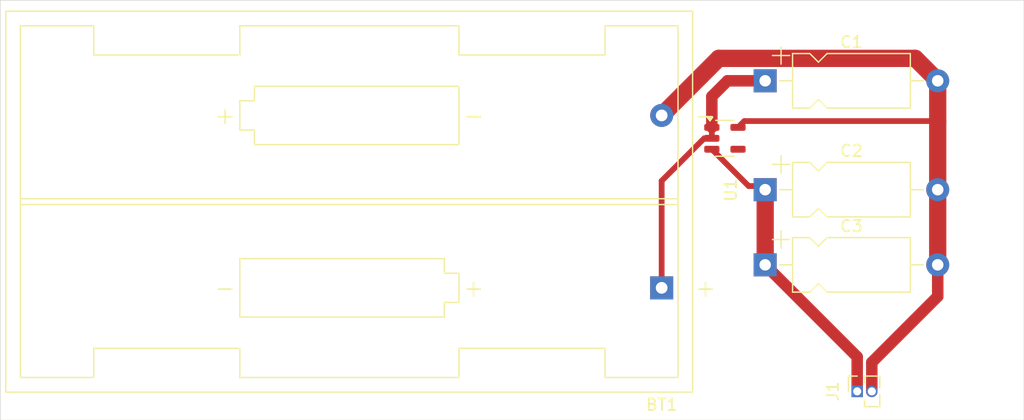
<source format=kicad_pcb>
(kicad_pcb (version 20240108) (generator "pcbnew") (generator_version "8.0")
  (layers (0 "F.Cu" signal) (31 "B.Cu" signal) (34 "B.Paste" user) (35 "F.Paste" user) (36 "B.SilkS" user "B.Silkscreen") (37 "F.SilkS" user "F.Silkscreen") (38 "B.Mask" user) (39 "F.Mask" user) (44 "Edge.Cuts" user))
  (net 0 "")
  (net 1 "Net-(BT1-+)")
  (net 2 "GND")
  (net 3 "+3V3")
  (footprint "Package_TO_SOT_SMD:SOT-23-5" (layer "F.Cu") (at 109 81)
    (property "Reference" "U1" (at 0.5 4.5 90) (layer "F.SilkS"))
    (property "Value" "MIC5219-3.3YMM")
    (fp_line (start 0 -1.56) (end -0.8 -1.56) (stroke (width 0.12)) (layer "F.SilkS"))
    (fp_line (start 0 -1.56) (end 0.8 -1.56) (stroke (width 0.12)) (layer "F.SilkS"))
    (fp_line (start 0 1.56) (end -0.8 1.56) (stroke (width 0.12)) (layer "F.SilkS"))
    (fp_line (start 0 1.56) (end 0.8 1.56) (stroke (width 0.12)) (layer "F.SilkS"))
    (fp_poly (pts (xy -1.3 -1.51) (xy -1.54 -1.84) (xy -1.06 -1.84) (xy -1.3 -1.51)) (stroke (width 0.12)) (fill solid) (layer "F.SilkS"))
    (pad "1" smd roundrect (at -1.1375 -0.95) (size 1.325 0.6) (layers "F.Cu" "F.Paste" "F.Mask") (net 1 "Net-(BT1-+)"))
    (pad "2" smd roundrect (at -1.1375 0) (size 1.325 0.6) (layers "F.Cu" "F.Paste" "F.Mask") (net 1 "Net-(BT1-+)"))
    (pad "3" smd roundrect (at -1.1375 0.95) (size 1.325 0.6) (layers "F.Cu" "F.Paste" "F.Mask") (net 3 "+3V3"))
    (pad "4" smd roundrect (at 1.1375 0.95) (size 1.325 0.6) (layers "F.Cu" "F.Paste" "F.Mask"))
    (pad "5" smd roundrect (at 1.1375 -0.95) (size 1.325 0.6) (layers "F.Cu" "F.Paste" "F.Mask") (net 2 "GND"))
  )
  (footprint "Capacitor_THT:CP_Axial_L10.0mm_D4.5mm_P15.00mm_Horizontal" (layer "F.Cu") (at 112.5 76)
    (property "Reference" "C1" (at 7.5 -3.37 0) (layer "F.SilkS"))
    (property "Value" "10µF")
    (fp_line (start 0.63 -2.2) (end 2.13 -2.2) (stroke (width 0.12)) (layer "F.SilkS"))
    (fp_line (start 1.24 0) (end 2.38 0) (stroke (width 0.12)) (layer "F.SilkS"))
    (fp_line (start 1.38 -2.95) (end 1.38 -1.45) (stroke (width 0.12)) (layer "F.SilkS"))
    (fp_line (start 2.38 -2.37) (end 2.38 2.37) (stroke (width 0.12)) (layer "F.SilkS"))
    (fp_line (start 2.38 -2.37) (end 3.88 -2.37) (stroke (width 0.12)) (layer "F.SilkS"))
    (fp_line (start 2.38 2.37) (end 3.88 2.37) (stroke (width 0.12)) (layer "F.SilkS"))
    (fp_line (start 3.88 -2.37) (end 4.63 -1.62) (stroke (width 0.12)) (layer "F.SilkS"))
    (fp_line (start 3.88 2.37) (end 4.63 1.62) (stroke (width 0.12)) (layer "F.SilkS"))
    (fp_line (start 4.63 -1.62) (end 5.38 -2.37) (stroke (width 0.12)) (layer "F.SilkS"))
    (fp_line (start 4.63 1.62) (end 5.38 2.37) (stroke (width 0.12)) (layer "F.SilkS"))
    (fp_line (start 5.38 -2.37) (end 12.62 -2.37) (stroke (width 0.12)) (layer "F.SilkS"))
    (fp_line (start 5.38 2.37) (end 12.62 2.37) (stroke (width 0.12)) (layer "F.SilkS"))
    (fp_line (start 12.62 -2.37) (end 12.62 2.37) (stroke (width 0.12)) (layer "F.SilkS"))
    (fp_line (start 13.76 0) (end 12.62 0) (stroke (width 0.12)) (layer "F.SilkS"))
    (pad "1" thru_hole rect (at 0 0) (size 2 2) (drill 1) (layers "*.Cu" "*.Mask") (net 1 "Net-(BT1-+)"))
    (pad "2" thru_hole oval (at 15 0) (size 2 2) (drill 1) (layers "*.Cu" "*.Mask") (net 2 "GND"))
  )
  (footprint "Capacitor_THT:CP_Axial_L10.0mm_D4.5mm_P15.00mm_Horizontal" (layer "F.Cu") (at 112.5 92)
    (property "Reference" "C3" (at 7.5 -3.37 0) (layer "F.SilkS"))
    (property "Value" "10µF")
    (fp_line (start 0.63 -2.2) (end 2.13 -2.2) (stroke (width 0.12)) (layer "F.SilkS"))
    (fp_line (start 1.24 0) (end 2.38 0) (stroke (width 0.12)) (layer "F.SilkS"))
    (fp_line (start 1.38 -2.95) (end 1.38 -1.45) (stroke (width 0.12)) (layer "F.SilkS"))
    (fp_line (start 2.38 -2.37) (end 2.38 2.37) (stroke (width 0.12)) (layer "F.SilkS"))
    (fp_line (start 2.38 -2.37) (end 3.88 -2.37) (stroke (width 0.12)) (layer "F.SilkS"))
    (fp_line (start 2.38 2.37) (end 3.88 2.37) (stroke (width 0.12)) (layer "F.SilkS"))
    (fp_line (start 3.88 -2.37) (end 4.63 -1.62) (stroke (width 0.12)) (layer "F.SilkS"))
    (fp_line (start 3.88 2.37) (end 4.63 1.62) (stroke (width 0.12)) (layer "F.SilkS"))
    (fp_line (start 4.63 -1.62) (end 5.38 -2.37) (stroke (width 0.12)) (layer "F.SilkS"))
    (fp_line (start 4.63 1.62) (end 5.38 2.37) (stroke (width 0.12)) (layer "F.SilkS"))
    (fp_line (start 5.38 -2.37) (end 12.62 -2.37) (stroke (width 0.12)) (layer "F.SilkS"))
    (fp_line (start 5.38 2.37) (end 12.62 2.37) (stroke (width 0.12)) (layer "F.SilkS"))
    (fp_line (start 12.62 -2.37) (end 12.62 2.37) (stroke (width 0.12)) (layer "F.SilkS"))
    (fp_line (start 13.76 0) (end 12.62 0) (stroke (width 0.12)) (layer "F.SilkS"))
    (pad "1" thru_hole rect (at 0 0) (size 2 2) (drill 1) (layers "*.Cu" "*.Mask") (net 3 "+3V3"))
    (pad "2" thru_hole oval (at 15 0) (size 2 2) (drill 1) (layers "*.Cu" "*.Mask") (net 2 "GND"))
  )
  (footprint "Capacitor_THT:CP_Axial_L10.0mm_D4.5mm_P15.00mm_Horizontal" (layer "F.Cu") (at 112.5 85.465)
    (property "Reference" "C2" (at 7.5 -3.37 0) (layer "F.SilkS"))
    (property "Value" "10µF")
    (fp_line (start 0.63 -2.2) (end 2.13 -2.2) (stroke (width 0.12)) (layer "F.SilkS"))
    (fp_line (start 1.24 0) (end 2.38 0) (stroke (width 0.12)) (layer "F.SilkS"))
    (fp_line (start 1.38 -2.95) (end 1.38 -1.45) (stroke (width 0.12)) (layer "F.SilkS"))
    (fp_line (start 2.38 -2.37) (end 2.38 2.37) (stroke (width 0.12)) (layer "F.SilkS"))
    (fp_line (start 2.38 -2.37) (end 3.88 -2.37) (stroke (width 0.12)) (layer "F.SilkS"))
    (fp_line (start 2.38 2.37) (end 3.88 2.37) (stroke (width 0.12)) (layer "F.SilkS"))
    (fp_line (start 3.88 -2.37) (end 4.63 -1.62) (stroke (width 0.12)) (layer "F.SilkS"))
    (fp_line (start 3.88 2.37) (end 4.63 1.62) (stroke (width 0.12)) (layer "F.SilkS"))
    (fp_line (start 4.63 -1.62) (end 5.38 -2.37) (stroke (width 0.12)) (layer "F.SilkS"))
    (fp_line (start 4.63 1.62) (end 5.38 2.37) (stroke (width 0.12)) (layer "F.SilkS"))
    (fp_line (start 5.38 -2.37) (end 12.62 -2.37) (stroke (width 0.12)) (layer "F.SilkS"))
    (fp_line (start 5.38 2.37) (end 12.62 2.37) (stroke (width 0.12)) (layer "F.SilkS"))
    (fp_line (start 12.62 -2.37) (end 12.62 2.37) (stroke (width 0.12)) (layer "F.SilkS"))
    (fp_line (start 13.76 0) (end 12.62 0) (stroke (width 0.12)) (layer "F.SilkS"))
    (pad "1" thru_hole rect (at 0 0) (size 2 2) (drill 1) (layers "*.Cu" "*.Mask") (net 3 "+3V3"))
    (pad "2" thru_hole oval (at 15 0) (size 2 2) (drill 1) (layers "*.Cu" "*.Mask") (net 2 "GND"))
  )
  (footprint "Connector_PinSocket_1.27mm:PinSocket_1x02_P1.27mm_Vertical" (layer "F.Cu") (at 120.5 103 90)
    (property "Reference" "J1" (at 0 -2.135 90) (layer "F.SilkS"))
    (property "Value" "Conn_01x02")
    (fp_line (start 1.33 -0.76) (end 1.33 0) (stroke (width 0.12)) (layer "F.SilkS"))
    (fp_line (start 0 -0.76) (end 1.33 -0.76) (stroke (width 0.12)) (layer "F.SilkS"))
    (fp_line (start 1.33 0.635) (end 1.33 1.965) (stroke (width 0.12)) (layer "F.SilkS"))
    (fp_line (start 0.76 0.635) (end 1.33 0.635) (stroke (width 0.12)) (layer "F.SilkS"))
    (fp_line (start -1.33 0.635) (end -0.76 0.635) (stroke (width 0.12)) (layer "F.SilkS"))
    (fp_line (start -1.33 0.635) (end -1.33 1.965) (stroke (width 0.12)) (layer "F.SilkS"))
    (fp_line (start 0.30753 1.965) (end 1.33 1.965) (stroke (width 0.12)) (layer "F.SilkS"))
    (fp_line (start -1.33 1.965) (end -0.30753 1.965) (stroke (width 0.12)) (layer "F.SilkS"))
    (pad "1" thru_hole rect (at 0 0 90) (size 1 1) (drill 0.7) (layers "*.Cu" "*.Mask") (net 3 "+3V3"))
    (pad "2" thru_hole oval (at 0 1.27 90) (size 1 1) (drill 0.7) (layers "*.Cu" "*.Mask") (net 2 "GND"))
  )
  (footprint "Battery:BatteryHolder_Keystone_2462_2xAA" (layer "F.Cu") (at 103.5 94 180)
    (property "Reference" "BT1" (at 0 -10.16 360) (layer "F.SilkS"))
    (property "Value" "Battery")
    (fp_line (start 57.02 24.055) (end 57.02 -9.065) (stroke (width 0.12)) (layer "F.SilkS"))
    (fp_line (start 57.02 -9.065) (end -2.69 -9.065) (stroke (width 0.12)) (layer "F.SilkS"))
    (fp_line (start 55.75 22.785) (end 49.375 22.785) (stroke (width 0.12)) (layer "F.SilkS"))
    (fp_line (start 55.75 7.749) (end -1.42 7.749) (stroke (width 0.12)) (layer "F.SilkS"))
    (fp_line (start 55.75 -7.795) (end 55.75 22.785) (stroke (width 0.12)) (layer "F.SilkS"))
    (fp_line (start 55.75 -7.795) (end 49.375 -7.795) (stroke (width 0.12)) (layer "F.SilkS"))
    (fp_line (start 49.375 22.785) (end 49.375 20.245) (stroke (width 0.12)) (layer "F.SilkS"))
    (fp_line (start 49.375 20.245) (end 36.675 20.245) (stroke (width 0.12)) (layer "F.SilkS"))
    (fp_line (start 49.375 -5.255) (end 36.675 -5.255) (stroke (width 0.12)) (layer "F.SilkS"))
    (fp_line (start 49.375 -7.795) (end 49.375 -5.255) (stroke (width 0.12)) (layer "F.SilkS"))
    (fp_line (start 36.675 22.785) (end 36.675 20.245) (stroke (width 0.12)) (layer "F.SilkS"))
    (fp_line (start 36.675 16.26) (end 35.405 16.26) (stroke (width 0.12)) (layer "F.SilkS"))
    (fp_line (start 36.675 13.72) (end 36.675 16.26) (stroke (width 0.12)) (layer "F.SilkS"))
    (fp_line (start 36.675 2.54) (end 18.895 2.54) (stroke (width 0.12)) (layer "F.SilkS"))
    (fp_line (start 36.675 -1.27) (end 36.675 2.54) (stroke (width 0.12)) (layer "F.SilkS"))
    (fp_line (start 36.675 -2.54) (end 36.675 -1.27) (stroke (width 0.12)) (layer "F.SilkS"))
    (fp_line (start 36.675 -5.255) (end 36.675 -7.795) (stroke (width 0.12)) (layer "F.SilkS"))
    (fp_line (start 36.675 -7.795) (end 17.625 -7.795) (stroke (width 0.12)) (layer "F.SilkS"))
    (fp_line (start 35.405 17.53) (end 17.625 17.53) (stroke (width 0.12)) (layer "F.SilkS"))
    (fp_line (start 35.405 16.26) (end 35.405 17.53) (stroke (width 0.12)) (layer "F.SilkS"))
    (fp_line (start 35.405 13.72) (end 36.675 13.72) (stroke (width 0.12)) (layer "F.SilkS"))
    (fp_line (start 35.405 12.45) (end 35.405 13.72) (stroke (width 0.12)) (layer "F.SilkS"))
    (fp_line (start 18.895 2.54) (end 18.895 1.27) (stroke (width 0.12)) (layer "F.SilkS"))
    (fp_line (start 18.895 1.27) (end 17.625 1.27) (stroke (width 0.12)) (layer "F.SilkS"))
    (fp_line (start 18.895 -1.27) (end 18.895 -2.54) (stroke (width 0.12)) (layer "F.SilkS"))
    (fp_line (start 18.895 -2.54) (end 36.675 -2.54) (stroke (width 0.12)) (layer "F.SilkS"))
    (fp_line (start 17.625 22.785) (end 36.675 22.785) (stroke (width 0.12)) (layer "F.SilkS"))
    (fp_line (start 17.625 20.245) (end 17.625 22.785) (stroke (width 0.12)) (layer "F.SilkS"))
    (fp_line (start 17.625 17.53) (end 17.625 12.45) (stroke (width 0.12)) (layer "F.SilkS"))
    (fp_line (start 17.625 12.45) (end 35.405 12.45) (stroke (width 0.12)) (layer "F.SilkS"))
    (fp_line (start 17.625 1.27) (end 17.625 -1.27) (stroke (width 0.12)) (layer "F.SilkS"))
    (fp_line (start 17.625 -1.27) (end 18.895 -1.27) (stroke (width 0.12)) (layer "F.SilkS"))
    (fp_line (start 17.625 -7.795) (end 17.625 -5.255) (stroke (width 0.12)) (layer "F.SilkS"))
    (fp_line (start 4.925 22.785) (end 4.925 20.245) (stroke (width 0.12)) (layer "F.SilkS"))
    (fp_line (start 4.925 20.245) (end 17.625 20.245) (stroke (width 0.12)) (layer "F.SilkS"))
    (fp_line (start 4.925 -5.255) (end 17.625 -5.255) (stroke (width 0.12)) (layer "F.SilkS"))
    (fp_line (start 4.925 -5.255) (end 4.925 -7.795) (stroke (width 0.12)) (layer "F.SilkS"))
    (fp_line (start 4.925 -7.795) (end -1.42 -7.795) (stroke (width 0.12)) (layer "F.SilkS"))
    (fp_line (start -1.42 22.785) (end 4.925 22.785) (stroke (width 0.12)) (layer "F.SilkS"))
    (fp_line (start -1.42 7.241) (end 55.75 7.241) (stroke (width 0.12)) (layer "F.SilkS"))
    (fp_line (start -1.42 -7.795) (end -1.42 22.785) (stroke (width 0.12)) (layer "F.SilkS"))
    (fp_line (start -2.69 24.055) (end 57.02 24.055) (stroke (width 0.12)) (layer "F.SilkS"))
    (fp_line (start -2.69 -9.065) (end -2.69 24.055) (stroke (width 0.12)) (layer "F.SilkS"))
    (fp_text user "-" (at -3.81 14.99 360) (layer "F.SilkS") (effects (font (size 1.5 1.5))))
    (fp_text user "+" (at 37.945 14.99 360) (layer "F.SilkS") (effects (font (size 1.5 1.5))))
    (fp_text user "-" (at 16.355 14.99 360) (layer "F.SilkS") (effects (font (size 1.5 1.5))))
    (fp_text user "+" (at 16.355 0 360) (layer "F.SilkS") (effects (font (size 1.5 1.5))))
    (fp_text user "+" (at -3.81 0 360) (layer "F.SilkS") (effects (font (size 1.5 1.5))))
    (fp_text user "-" (at 37.945 0 360) (layer "F.SilkS") (effects (font (size 1.5 1.5))))
    (pad "" np_thru_hole circle (at 27.165 0 180) (size 3.3 3.3) (drill 3.3) (layers "*.Cu" "*.Mask"))
    (pad "" np_thru_hole circle (at 27.165 14.99 180) (size 3.3 3.3) (drill 3.3) (layers "*.Cu" "*.Mask"))
    (pad "1" thru_hole rect (at 0 0 180) (size 2 2) (drill 1.02) (layers "*.Cu" "*.Mask") (net 1 "Net-(BT1-+)"))
    (pad "2" thru_hole circle (at 0 14.99 180) (size 2 2) (drill 1.02) (layers "*.Cu" "*.Mask") (net 2 "GND"))
  )
  (gr_rect (start 46 69) (end 135 105.5) (stroke (width 0.05)) (fill none) (layer "Edge.Cuts"))
  (segment (start 109.225 76) (end 112.5 76) (width 1) (layer "F.Cu") (net 1))
  (segment (start 107.8625 81) (end 107.200001 81) (width 0.5) (layer "F.Cu") (net 1))
  (segment (start 103.5 84.700001) (end 103.5 94) (width 0.5) (layer "F.Cu") (net 1))
  (segment (start 107.200001 81) (end 103.5 84.700001) (width 0.5) (layer "F.Cu") (net 1))
  (segment (start 107.8625 81) (end 107.8625 80.05) (width 0.5) (layer "F.Cu") (net 1))
  (segment (start 107.8625 77.3625) (end 109.225 76) (width 1) (layer "F.Cu") (net 1))
  (segment (start 107.8625 80.05) (end 107.8625 77.3625) (width 1) (layer "F.Cu") (net 1))
  (segment (start 110.1375 80.05) (end 110.6875 79.5) (width 0.5) (layer "F.Cu") (net 2))
  (segment (start 127.5 76) (end 127.5 79.5) (width 1.5) (layer "F.Cu") (net 2))
  (segment (start 125.55 74.05) (end 127.5 76) (width 1.5) (layer "F.Cu") (net 2))
  (segment (start 127.5 79.5) (end 127.5 85.465) (width 1.5) (layer "F.Cu") (net 2))
  (segment (start 127.5 85.465) (end 127.5 92) (width 1.5) (layer "F.Cu") (net 2))
  (segment (start 103.5 79.01) (end 108.46 74.05) (width 1.5) (layer "F.Cu") (net 2))
  (segment (start 121.77 100.48) (end 127.5 94.75) (width 1) (layer "F.Cu") (net 2))
  (segment (start 110.6875 79.5) (end 127.5 79.5) (width 0.5) (layer "F.Cu") (net 2))
  (segment (start 127.5 94.75) (end 127.5 92) (width 1) (layer "F.Cu") (net 2))
  (segment (start 108.46 74.05) (end 125.55 74.05) (width 1.5) (layer "F.Cu") (net 2))
  (segment (start 121.77 103) (end 121.77 100.48) (width 1) (layer "F.Cu") (net 2))
  (segment (start 111.0625 85.15) (end 112.185 85.15) (width 0.5) (layer "F.Cu") (net 3))
  (segment (start 120.5 103) (end 120.5 100) (width 1) (layer "F.Cu") (net 3))
  (segment (start 120.5 100) (end 112.5 92) (width 1) (layer "F.Cu") (net 3))
  (segment (start 112.185 85.15) (end 112.5 85.465) (width 0.5) (layer "F.Cu") (net 3))
  (segment (start 112.5 92) (end 112.5 85.465) (width 1.5) (layer "F.Cu") (net 3))
  (segment (start 107.8625 81.95) (end 111.0625 85.15) (width 0.5) (layer "F.Cu") (net 3))
)
</source>
